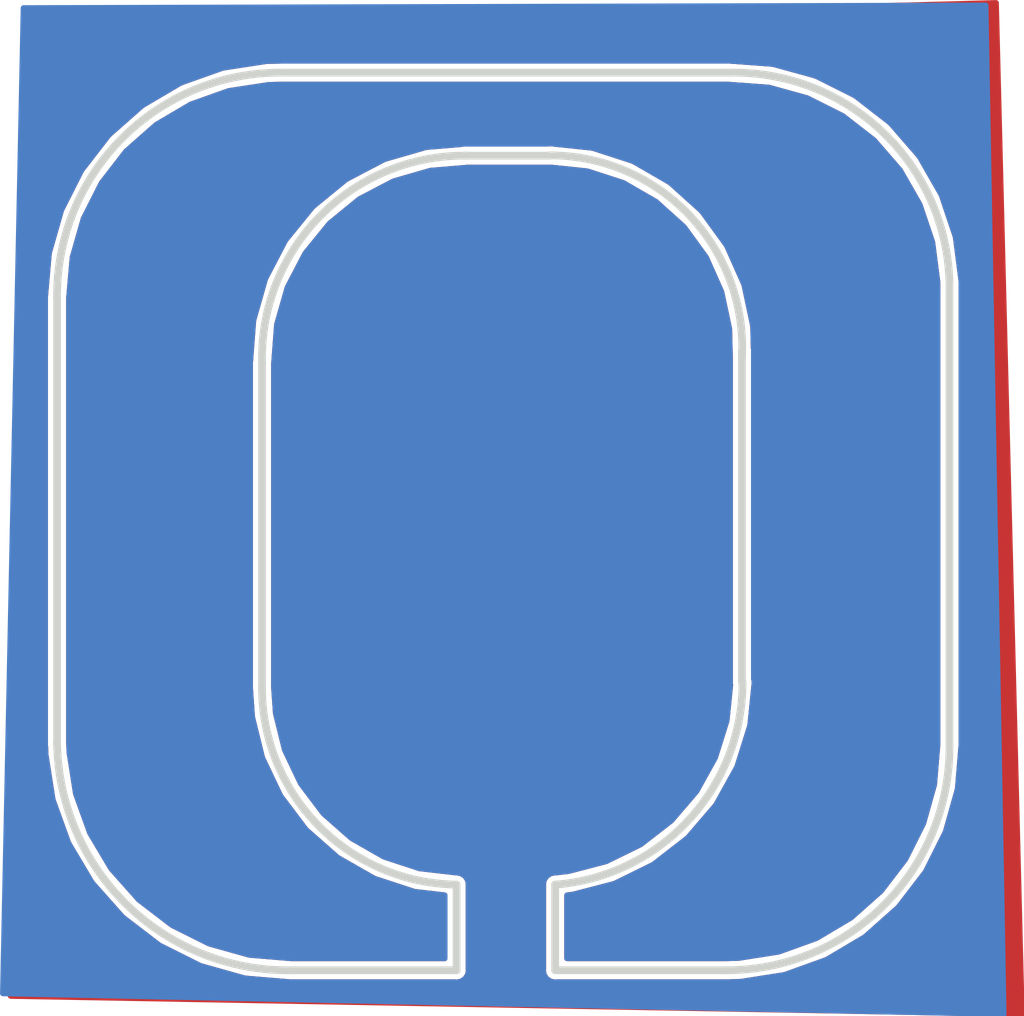
<source format=kicad_pcb>
(kicad_pcb (version 20171130) (host pcbnew "(5.0.0)")

  (general
    (thickness 1.6)
    (drawings 20)
    (tracks 0)
    (zones 0)
    (modules 0)
    (nets 1)
  )

  (page A4)
  (layers
    (0 F.Cu signal)
    (31 B.Cu signal)
    (32 B.Adhes user)
    (33 F.Adhes user)
    (34 B.Paste user)
    (35 F.Paste user)
    (36 B.SilkS user)
    (37 F.SilkS user)
    (38 B.Mask user)
    (39 F.Mask user)
    (40 Dwgs.User user)
    (41 Cmts.User user)
    (42 Eco1.User user)
    (43 Eco2.User user)
    (44 Edge.Cuts user)
    (45 Margin user)
    (46 B.CrtYd user)
    (47 F.CrtYd user)
    (48 B.Fab user)
    (49 F.Fab user)
  )

  (setup
    (last_trace_width 0.25)
    (trace_clearance 0.2)
    (zone_clearance 0.508)
    (zone_45_only no)
    (trace_min 0.2)
    (segment_width 0.2)
    (edge_width 0.15)
    (via_size 0.8)
    (via_drill 0.4)
    (via_min_size 0.4)
    (via_min_drill 0.3)
    (uvia_size 0.3)
    (uvia_drill 0.1)
    (uvias_allowed no)
    (uvia_min_size 0.2)
    (uvia_min_drill 0.1)
    (pcb_text_width 0.3)
    (pcb_text_size 1.5 1.5)
    (mod_edge_width 0.15)
    (mod_text_size 1 1)
    (mod_text_width 0.15)
    (pad_size 16.8 16.8)
    (pad_drill 9)
    (pad_to_mask_clearance 0.2)
    (aux_axis_origin 0 0)
    (visible_elements 7FFFFFFF)
    (pcbplotparams
      (layerselection 0x010fc_ffffffff)
      (usegerberextensions false)
      (usegerberattributes false)
      (usegerberadvancedattributes false)
      (creategerberjobfile false)
      (excludeedgelayer true)
      (linewidth 0.100000)
      (plotframeref false)
      (viasonmask false)
      (mode 1)
      (useauxorigin false)
      (hpglpennumber 1)
      (hpglpenspeed 20)
      (hpglpendiameter 15.000000)
      (psnegative false)
      (psa4output false)
      (plotreference true)
      (plotvalue true)
      (plotinvisibletext false)
      (padsonsilk false)
      (subtractmaskfromsilk false)
      (outputformat 1)
      (mirror false)
      (drillshape 1)
      (scaleselection 1)
      (outputdirectory ""))
  )

  (net 0 "")

  (net_class Default "This is the default net class."
    (clearance 0.2)
    (trace_width 0.25)
    (via_dia 0.8)
    (via_drill 0.4)
    (uvia_dia 0.3)
    (uvia_drill 0.1)
  )

  (gr_poly (pts (xy 77.75 69.7) (xy 77.45 51.25) (xy 59 51.45) (xy 59 69.75)) (layer B.Mask) (width 0.15))
  (gr_poly (pts (xy 59.05 69.55) (xy 78.1 69.7) (xy 77.7 50.95) (xy 59.2 51.1)) (layer F.Mask) (width 0.15))
  (gr_line (start 69.3 53.6) (end 67.65 53.6) (layer Edge.Cuts) (width 0.15))
  (gr_line (start 73 63.75) (end 73 57.35) (layer Edge.Cuts) (width 0.15))
  (gr_line (start 63.75 63.85) (end 63.75 57.6) (layer Edge.Cuts) (width 0.15))
  (gr_arc (start 67.55 63.85) (end 63.75 63.85) (angle -89.24616178) (layer Edge.Cuts) (width 0.15))
  (gr_arc (start 67.65 57.5) (end 67.7 53.6) (angle -92.20333116) (layer Edge.Cuts) (width 0.15))
  (gr_arc (start 69.3 57.3) (end 73 57.5) (angle -93.09405806) (layer Edge.Cuts) (width 0.15))
  (gr_arc (start 69.1 63.75) (end 69.399999 67.649999) (angle -85.60130813) (layer Edge.Cuts) (width 0.15))
  (gr_line (start 69.4 69.3) (end 72.75 69.3) (layer Edge.Cuts) (width 0.15))
  (gr_line (start 69.4 67.65) (end 69.4 69.3) (layer Edge.Cuts) (width 0.15))
  (gr_line (start 67.5 69.3) (end 67.5 67.65) (layer Edge.Cuts) (width 0.15))
  (gr_line (start 64.3 69.3) (end 67.5 69.3) (layer Edge.Cuts) (width 0.15))
  (gr_line (start 59.8 56.35) (end 59.8 64.95) (layer Edge.Cuts) (width 0.15))
  (gr_line (start 72.75 52) (end 64.15 52) (layer Edge.Cuts) (width 0.15))
  (gr_line (start 77 64.95) (end 77 56.25) (layer Edge.Cuts) (width 0.15))
  (gr_arc (start 72.7 65) (end 72.7 69.3) (angle -90.66619176) (layer Edge.Cuts) (width 0.15))
  (gr_arc (start 64.25 64.85) (end 59.800001 64.899999) (angle -90.03029118) (layer Edge.Cuts) (width 0.15))
  (gr_arc (start 64.1 56.3) (end 64.15 52) (angle -91.10692569) (layer Edge.Cuts) (width 0.15))
  (gr_arc (start 72.85 56.15) (end 77 56.2) (angle -92.07062828) (layer Edge.Cuts) (width 0.15))

  (zone (net 0) (net_name "") (layer F.Cu) (tstamp 0) (hatch edge 0.508)
    (connect_pads (clearance 0.1))
    (min_thickness 0.1)
    (fill yes (arc_segments 16) (thermal_gap 0.508) (thermal_bridge_width 0.508))
    (polygon
      (pts
        (xy 59.4 51.1) (xy 77.95 50.6) (xy 78.45 70.2) (xy 58.85 69.85)
      )
    )
    (filled_polygon
      (pts
        (xy 78.398684 70.149076) (xy 58.901462 69.800911) (xy 59.296671 56.327841) (xy 59.575 56.327841) (xy 59.575001 64.97216)
        (xy 59.57799 64.987185) (xy 59.583043 65.127753) (xy 59.583369 65.130229) (xy 59.583277 65.132716) (xy 59.585622 65.154573)
        (xy 59.716757 65.989689) (xy 59.719342 65.999778) (xy 59.720931 66.010072) (xy 59.727362 66.031076) (xy 59.727366 66.03109)
        (xy 59.727369 66.031096) (xy 60.014052 66.826342) (xy 60.018498 66.835759) (xy 60.022005 66.845568) (xy 60.032299 66.864991)
        (xy 60.464191 67.591685) (xy 60.470343 67.600098) (xy 60.475637 67.60906) (xy 60.489418 67.626186) (xy 61.050932 68.258101)
        (xy 61.058559 68.265195) (xy 61.065456 68.272998) (xy 61.082227 68.287209) (xy 61.753103 68.801544) (xy 61.761937 68.80707)
        (xy 61.770183 68.813426) (xy 61.789329 68.824203) (xy 61.789338 68.824209) (xy 61.789342 68.824211) (xy 62.545371 69.202405)
        (xy 62.555088 69.20616) (xy 62.564389 69.210843) (xy 62.585231 69.217807) (xy 62.58524 69.21781) (xy 63.399144 69.446219)
        (xy 63.409399 69.448069) (xy 63.419414 69.450908) (xy 63.441204 69.453807) (xy 64.266643 69.522773) (xy 64.27784 69.525)
        (xy 67.47784 69.525) (xy 67.5 69.529408) (xy 67.52216 69.525) (xy 67.587791 69.511945) (xy 67.662216 69.462216)
        (xy 67.711945 69.387791) (xy 67.729408 69.3) (xy 67.725 69.27784) (xy 67.725 67.62784) (xy 67.711945 67.562209)
        (xy 67.662216 67.487784) (xy 67.632235 67.467751) (xy 67.631473 67.467076) (xy 67.629664 67.466033) (xy 67.587791 67.438055)
        (xy 67.550942 67.430725) (xy 67.54891 67.430051) (xy 67.540075 67.428564) (xy 67.5 67.420592) (xy 67.491721 67.422239)
        (xy 66.785379 67.341089) (xy 66.099019 67.116038) (xy 65.471927 66.75757) (xy 64.929722 66.280327) (xy 64.494557 65.70381)
        (xy 64.184202 65.051562) (xy 64.010499 64.346818) (xy 63.975 63.842091) (xy 63.975 57.61944) (xy 63.975318 57.616968)
        (xy 64.033126 56.853706) (xy 64.236956 56.139633) (xy 64.580207 55.481128) (xy 65.048855 54.905098) (xy 65.623762 54.435064)
        (xy 66.281441 54.090232) (xy 66.995585 53.884526) (xy 67.70937 53.825) (xy 69.32216 53.825) (xy 69.328189 53.823801)
        (xy 70.023355 53.896866) (xy 70.715102 54.121628) (xy 71.345001 54.4853) (xy 71.88552 54.971986) (xy 72.313042 55.560419)
        (xy 72.60888 56.224882) (xy 72.760701 56.939143) (xy 72.775001 57.502906) (xy 72.775 63.772159) (xy 72.78037 63.799153)
        (xy 72.71009 64.491045) (xy 72.487347 65.201817) (xy 72.126231 65.853289) (xy 71.641499 66.418835) (xy 71.052944 66.875365)
        (xy 70.384617 67.204222) (xy 69.656914 67.393775) (xy 69.409237 67.422429) (xy 69.4 67.420592) (xy 69.312209 67.438055)
        (xy 69.237784 67.487784) (xy 69.188055 67.56221) (xy 69.175 67.627841) (xy 69.175001 69.277835) (xy 69.170592 69.3)
        (xy 69.188055 69.387791) (xy 69.237784 69.462216) (xy 69.312209 69.511945) (xy 69.37784 69.525) (xy 69.4 69.529408)
        (xy 69.42216 69.525) (xy 72.77216 69.525) (xy 72.784497 69.522546) (xy 72.966781 69.51703) (xy 72.969876 69.51664)
        (xy 72.972991 69.516756) (xy 72.994848 69.514414) (xy 73.801781 69.387819) (xy 73.811874 69.385234) (xy 73.822165 69.383647)
        (xy 73.843185 69.377215) (xy 74.61162 69.100315) (xy 74.621044 69.095867) (xy 74.630846 69.092364) (xy 74.650262 69.082077)
        (xy 74.65027 69.082073) (xy 74.650273 69.082071) (xy 75.352483 68.664861) (xy 75.360896 68.658711) (xy 75.369859 68.653418)
        (xy 75.386973 68.63965) (xy 75.386987 68.63964) (xy 75.386992 68.639634) (xy 75.997637 68.097171) (xy 76.004736 68.08954)
        (xy 76.012536 68.082648) (xy 76.026739 68.06589) (xy 76.026749 68.06588) (xy 76.026752 68.065875) (xy 76.523804 67.417725)
        (xy 76.529331 67.408892) (xy 76.535688 67.400647) (xy 76.546468 67.381503) (xy 76.546474 67.381494) (xy 76.546476 67.38149)
        (xy 76.911999 66.651042) (xy 76.915754 66.641327) (xy 76.92044 66.632025) (xy 76.927409 66.611177) (xy 77.148214 65.824785)
        (xy 77.150065 65.814532) (xy 77.152906 65.804515) (xy 77.155807 65.782725) (xy 77.222654 64.983953) (xy 77.225 64.97216)
        (xy 77.225 56.22784) (xy 77.223183 56.218703) (xy 77.224998 56.201001) (xy 77.22499 56.19786) (xy 77.223288 56.018919)
        (xy 77.222019 56.007131) (xy 77.221816 55.995275) (xy 77.221434 55.992157) (xy 77.117385 55.188869) (xy 77.112803 55.168992)
        (xy 77.108502 55.149064) (xy 77.107522 55.14608) (xy 76.84943 54.378301) (xy 76.841045 54.359626) (xy 76.832983 54.340979)
        (xy 76.831447 54.338251) (xy 76.831443 54.338242) (xy 76.831438 54.338235) (xy 76.429135 53.635217) (xy 76.417353 53.618625)
        (xy 76.405754 53.6018) (xy 76.40371 53.599414) (xy 75.872514 52.987919) (xy 75.857699 52.9739) (xy 75.843087 52.95968)
        (xy 75.840619 52.957736) (xy 75.200766 52.461064) (xy 75.183494 52.450179) (xy 75.166414 52.439079) (xy 75.163616 52.437652)
        (xy 74.439479 52.07472) (xy 74.420447 52.067407) (xy 74.40151 52.059825) (xy 74.398488 52.058969) (xy 73.617647 51.843602)
        (xy 73.597542 51.840122) (xy 73.57751 51.836366) (xy 73.574379 51.836113) (xy 72.787542 51.77806) (xy 72.77216 51.775)
        (xy 64.12784 51.775) (xy 64.125338 51.775498) (xy 63.851845 51.781644) (xy 63.84832 51.78206) (xy 63.844769 51.781914)
        (xy 63.822902 51.78417) (xy 63.015422 51.907598) (xy 63.005313 51.910145) (xy 62.995023 51.91169) (xy 62.973998 51.918034)
        (xy 62.973978 51.918039) (xy 62.973969 51.918043) (xy 62.204407 52.191931) (xy 62.194969 52.19634) (xy 62.185149 52.199806)
        (xy 62.165693 52.210016) (xy 62.165685 52.21002) (xy 62.165684 52.210021) (xy 61.461788 52.624494) (xy 61.453355 52.630607)
        (xy 61.444367 52.635868) (xy 61.427199 52.649569) (xy 61.427185 52.649579) (xy 61.42718 52.649585) (xy 60.814364 53.189679)
        (xy 60.80724 53.197276) (xy 60.799408 53.204142) (xy 60.785129 53.220855) (xy 60.285493 53.867091) (xy 60.279931 53.875903)
        (xy 60.273542 53.884122) (xy 60.262687 53.903224) (xy 60.262681 53.903233) (xy 60.262681 53.903234) (xy 59.89426 54.63229)
        (xy 59.890467 54.641989) (xy 59.885744 54.651274) (xy 59.878693 54.672094) (xy 59.654781 55.457664) (xy 59.65289 55.467909)
        (xy 59.650009 55.477915) (xy 59.647022 55.499694) (xy 59.575696 56.313432) (xy 59.575777 56.323936) (xy 59.575 56.327841)
        (xy 59.296671 56.327841) (xy 59.448593 51.148709) (xy 77.901293 50.651331)
      )
    )
    (filled_polygon
      (pts
        (xy 72.730336 52.22504) (xy 72.733466 52.225293) (xy 73.519266 52.28327) (xy 74.257573 52.486906) (xy 74.942262 52.830066)
        (xy 75.547264 53.299686) (xy 76.049523 53.87787) (xy 76.429912 54.542593) (xy 76.673947 55.268551) (xy 76.773436 56.036635)
        (xy 76.77501 56.20214) (xy 76.776802 56.218785) (xy 76.775001 56.22784) (xy 76.775 64.937131) (xy 76.709165 65.723803)
        (xy 76.499966 66.468863) (xy 76.153655 67.160917) (xy 75.682726 67.775003) (xy 75.104174 68.288958) (xy 74.438871 68.68424)
        (xy 73.710826 68.946585) (xy 72.939056 69.067663) (xy 72.696599 69.075) (xy 69.625 69.075) (xy 69.625 67.850468)
        (xy 69.724265 67.838984) (xy 69.728115 67.838138) (xy 69.732052 67.837945) (xy 69.755123 67.83321) (xy 70.520163 67.633932)
        (xy 70.530482 67.630094) (xy 70.541139 67.627358) (xy 70.562786 67.61808) (xy 71.272129 67.26904) (xy 71.28146 67.263209)
        (xy 71.291355 67.258383) (xy 71.310694 67.244942) (xy 71.935365 66.760398) (xy 71.943339 66.752805) (xy 71.952055 66.746092)
        (xy 71.968297 66.729037) (xy 72.482778 66.128783) (xy 72.489063 66.119739) (xy 72.496251 66.111412) (xy 72.508732 66.09144)
        (xy 72.892005 65.399994) (xy 72.896342 65.389875) (xy 72.90171 65.38027) (xy 72.90992 65.358196) (xy 73.146332 64.603804)
        (xy 73.148545 64.593024) (xy 73.151873 64.582532) (xy 73.155476 64.559258) (xy 73.235368 63.772738) (xy 73.235368 63.727262)
        (xy 73.226224 63.682716) (xy 73.225 63.67986) (xy 73.225 57.32784) (xy 73.220078 57.303096) (xy 73.21003 56.906974)
        (xy 73.207346 56.886457) (xy 73.205185 56.8659) (xy 73.044129 56.108188) (xy 73.039114 56.092752) (xy 73.029594 56.063452)
        (xy 72.714519 55.355783) (xy 72.691 55.315047) (xy 72.690996 55.315043) (xy 72.235679 54.688351) (xy 72.221501 54.672605)
        (xy 72.204204 54.653395) (xy 71.628534 54.13506) (xy 71.59048 54.107412) (xy 70.919622 53.720092) (xy 70.898136 53.710526)
        (xy 70.876651 53.70096) (xy 70.139925 53.461583) (xy 70.093915 53.451804) (xy 69.323519 53.370832) (xy 69.276481 53.370832)
        (xy 69.256871 53.375) (xy 67.62784 53.375) (xy 67.582511 53.384017) (xy 66.936004 53.437932) (xy 66.925753 53.439844)
        (xy 66.915366 53.44062) (xy 66.892425 53.445945) (xy 66.13492 53.664141) (xy 66.1247 53.668243) (xy 66.114119 53.671251)
        (xy 66.092716 53.68108) (xy 65.394559 54.047137) (xy 65.385379 54.053206) (xy 65.375613 54.058283) (xy 65.356624 54.072215)
        (xy 64.746331 54.571179) (xy 64.738556 54.578973) (xy 64.730013 54.585908) (xy 64.714214 54.603374) (xy 64.216717 55.214864)
        (xy 64.210669 55.22406) (xy 64.203694 55.232573) (xy 64.191729 55.252859) (xy 63.82735 55.951895) (xy 63.823274 55.96212)
        (xy 63.818154 55.971861) (xy 63.810513 55.994139) (xy 63.594137 56.752164) (xy 63.592201 56.762998) (xy 63.589143 56.773572)
        (xy 63.586138 56.796931) (xy 63.528219 57.561663) (xy 63.525001 57.57784) (xy 63.525 63.872159) (xy 63.52655 63.879953)
        (xy 63.562963 64.397675) (xy 63.564248 64.405094) (xy 63.564516 64.412604) (xy 63.568947 64.435735) (xy 63.752748 65.181446)
        (xy 63.75645 65.191815) (xy 63.759046 65.202507) (xy 63.768037 65.224274) (xy 64.09803 65.917795) (xy 64.10374 65.927205)
        (xy 64.108434 65.93716) (xy 64.121619 65.956674) (xy 64.584324 66.569675) (xy 64.591811 66.577747) (xy 64.598409 66.586552)
        (xy 64.615249 66.603017) (xy 65.191764 67.110459) (xy 65.20072 67.11686) (xy 65.208955 67.124159) (xy 65.228761 67.136901)
        (xy 65.895536 67.518054) (xy 65.905594 67.522522) (xy 65.915131 67.528018) (xy 65.937095 67.536517) (xy 66.666893 67.775811)
        (xy 66.677647 67.778166) (xy 66.688091 67.781631) (xy 66.711315 67.785541) (xy 67.275001 67.850301) (xy 67.275 69.075)
        (xy 64.312072 69.075) (xy 63.500063 69.007156) (xy 62.727495 68.790347) (xy 62.00986 68.431359) (xy 61.373056 67.943145)
        (xy 60.840062 67.343325) (xy 60.430103 66.653537) (xy 60.157979 65.898675) (xy 60.032268 65.098104) (xy 60.025 64.895922)
        (xy 60.025 56.341064) (xy 60.09343 55.560371) (xy 60.305573 54.816089) (xy 60.654627 54.125357) (xy 61.128006 53.513082)
        (xy 61.708616 53.001372) (xy 62.375517 52.608683) (xy 63.104635 52.349189) (xy 63.876513 52.231203) (xy 64.152519 52.225)
        (xy 72.730123 52.225)
      )
    )
  )
  (zone (net 0) (net_name "") (layer B.Cu) (tstamp 0) (hatch edge 0.508)
    (connect_pads (clearance 0.1))
    (min_thickness 0.1)
    (fill yes (arc_segments 16) (thermal_gap 0.508) (thermal_bridge_width 0.508))
    (polygon
      (pts
        (xy 59.1 50.7) (xy 77.75 50.65) (xy 78.1 70.2) (xy 58.7 69.8)
      )
    )
    (filled_polygon
      (pts
        (xy 78.049078 70.14894) (xy 58.751036 69.751042) (xy 59.03215 56.327841) (xy 59.575 56.327841) (xy 59.575001 64.97216)
        (xy 59.57799 64.987185) (xy 59.583043 65.127753) (xy 59.583369 65.130229) (xy 59.583277 65.132716) (xy 59.585622 65.154573)
        (xy 59.716757 65.989689) (xy 59.719342 65.999778) (xy 59.720931 66.010072) (xy 59.727362 66.031076) (xy 59.727366 66.03109)
        (xy 59.727369 66.031096) (xy 60.014052 66.826342) (xy 60.018498 66.835759) (xy 60.022005 66.845568) (xy 60.032299 66.864991)
        (xy 60.464191 67.591685) (xy 60.470343 67.600098) (xy 60.475637 67.60906) (xy 60.489418 67.626186) (xy 61.050932 68.258101)
        (xy 61.058559 68.265195) (xy 61.065456 68.272998) (xy 61.082227 68.287209) (xy 61.753103 68.801544) (xy 61.761937 68.80707)
        (xy 61.770183 68.813426) (xy 61.789329 68.824203) (xy 61.789338 68.824209) (xy 61.789342 68.824211) (xy 62.545371 69.202405)
        (xy 62.555088 69.20616) (xy 62.564389 69.210843) (xy 62.585231 69.217807) (xy 62.58524 69.21781) (xy 63.399144 69.446219)
        (xy 63.409399 69.448069) (xy 63.419414 69.450908) (xy 63.441204 69.453807) (xy 64.266643 69.522773) (xy 64.27784 69.525)
        (xy 67.47784 69.525) (xy 67.5 69.529408) (xy 67.52216 69.525) (xy 67.587791 69.511945) (xy 67.662216 69.462216)
        (xy 67.711945 69.387791) (xy 67.729408 69.3) (xy 67.725 69.27784) (xy 67.725 67.62784) (xy 67.711945 67.562209)
        (xy 67.662216 67.487784) (xy 67.632235 67.467751) (xy 67.631473 67.467076) (xy 67.629664 67.466033) (xy 67.587791 67.438055)
        (xy 67.550942 67.430725) (xy 67.54891 67.430051) (xy 67.540075 67.428564) (xy 67.5 67.420592) (xy 67.491721 67.422239)
        (xy 66.785379 67.341089) (xy 66.099019 67.116038) (xy 65.471927 66.75757) (xy 64.929722 66.280327) (xy 64.494557 65.70381)
        (xy 64.184202 65.051562) (xy 64.010499 64.346818) (xy 63.975 63.842091) (xy 63.975 57.61944) (xy 63.975318 57.616968)
        (xy 64.033126 56.853706) (xy 64.236956 56.139633) (xy 64.580207 55.481128) (xy 65.048855 54.905098) (xy 65.623762 54.435064)
        (xy 66.281441 54.090232) (xy 66.995585 53.884526) (xy 67.70937 53.825) (xy 69.32216 53.825) (xy 69.328189 53.823801)
        (xy 70.023355 53.896866) (xy 70.715102 54.121628) (xy 71.345001 54.4853) (xy 71.88552 54.971986) (xy 72.313042 55.560419)
        (xy 72.60888 56.224882) (xy 72.760701 56.939143) (xy 72.775001 57.502906) (xy 72.775 63.772159) (xy 72.78037 63.799153)
        (xy 72.71009 64.491045) (xy 72.487347 65.201817) (xy 72.126231 65.853289) (xy 71.641499 66.418835) (xy 71.052944 66.875365)
        (xy 70.384617 67.204222) (xy 69.656914 67.393775) (xy 69.409237 67.422429) (xy 69.4 67.420592) (xy 69.312209 67.438055)
        (xy 69.237784 67.487784) (xy 69.188055 67.56221) (xy 69.175 67.627841) (xy 69.175001 69.277835) (xy 69.170592 69.3)
        (xy 69.188055 69.387791) (xy 69.237784 69.462216) (xy 69.312209 69.511945) (xy 69.37784 69.525) (xy 69.4 69.529408)
        (xy 69.42216 69.525) (xy 72.77216 69.525) (xy 72.784497 69.522546) (xy 72.966781 69.51703) (xy 72.969876 69.51664)
        (xy 72.972991 69.516756) (xy 72.994848 69.514414) (xy 73.801781 69.387819) (xy 73.811874 69.385234) (xy 73.822165 69.383647)
        (xy 73.843185 69.377215) (xy 74.61162 69.100315) (xy 74.621044 69.095867) (xy 74.630846 69.092364) (xy 74.650262 69.082077)
        (xy 74.65027 69.082073) (xy 74.650273 69.082071) (xy 75.352483 68.664861) (xy 75.360896 68.658711) (xy 75.369859 68.653418)
        (xy 75.386973 68.63965) (xy 75.386987 68.63964) (xy 75.386992 68.639634) (xy 75.997637 68.097171) (xy 76.004736 68.08954)
        (xy 76.012536 68.082648) (xy 76.026739 68.06589) (xy 76.026749 68.06588) (xy 76.026752 68.065875) (xy 76.523804 67.417725)
        (xy 76.529331 67.408892) (xy 76.535688 67.400647) (xy 76.546468 67.381503) (xy 76.546474 67.381494) (xy 76.546476 67.38149)
        (xy 76.911999 66.651042) (xy 76.915754 66.641327) (xy 76.92044 66.632025) (xy 76.927409 66.611177) (xy 77.148214 65.824785)
        (xy 77.150065 65.814532) (xy 77.152906 65.804515) (xy 77.155807 65.782725) (xy 77.222654 64.983953) (xy 77.225 64.97216)
        (xy 77.225 56.22784) (xy 77.223183 56.218703) (xy 77.224998 56.201001) (xy 77.22499 56.19786) (xy 77.223288 56.018919)
        (xy 77.222019 56.007131) (xy 77.221816 55.995275) (xy 77.221434 55.992157) (xy 77.117385 55.188869) (xy 77.112803 55.168992)
        (xy 77.108502 55.149064) (xy 77.107522 55.14608) (xy 76.84943 54.378301) (xy 76.841045 54.359626) (xy 76.832983 54.340979)
        (xy 76.831447 54.338251) (xy 76.831443 54.338242) (xy 76.831438 54.338235) (xy 76.429135 53.635217) (xy 76.417353 53.618625)
        (xy 76.405754 53.6018) (xy 76.40371 53.599414) (xy 75.872514 52.987919) (xy 75.857699 52.9739) (xy 75.843087 52.95968)
        (xy 75.840619 52.957736) (xy 75.200766 52.461064) (xy 75.183494 52.450179) (xy 75.166414 52.439079) (xy 75.163616 52.437652)
        (xy 74.439479 52.07472) (xy 74.420447 52.067407) (xy 74.40151 52.059825) (xy 74.398488 52.058969) (xy 73.617647 51.843602)
        (xy 73.597542 51.840122) (xy 73.57751 51.836366) (xy 73.574379 51.836113) (xy 72.787542 51.77806) (xy 72.77216 51.775)
        (xy 64.12784 51.775) (xy 64.125338 51.775498) (xy 63.851845 51.781644) (xy 63.84832 51.78206) (xy 63.844769 51.781914)
        (xy 63.822902 51.78417) (xy 63.015422 51.907598) (xy 63.005313 51.910145) (xy 62.995023 51.91169) (xy 62.973998 51.918034)
        (xy 62.973978 51.918039) (xy 62.973969 51.918043) (xy 62.204407 52.191931) (xy 62.194969 52.19634) (xy 62.185149 52.199806)
        (xy 62.165693 52.210016) (xy 62.165685 52.21002) (xy 62.165684 52.210021) (xy 61.461788 52.624494) (xy 61.453355 52.630607)
        (xy 61.444367 52.635868) (xy 61.427199 52.649569) (xy 61.427185 52.649579) (xy 61.42718 52.649585) (xy 60.814364 53.189679)
        (xy 60.80724 53.197276) (xy 60.799408 53.204142) (xy 60.785129 53.220855) (xy 60.285493 53.867091) (xy 60.279931 53.875903)
        (xy 60.273542 53.884122) (xy 60.262687 53.903224) (xy 60.262681 53.903233) (xy 60.262681 53.903234) (xy 59.89426 54.63229)
        (xy 59.890467 54.641989) (xy 59.885744 54.651274) (xy 59.878693 54.672094) (xy 59.654781 55.457664) (xy 59.65289 55.467909)
        (xy 59.650009 55.477915) (xy 59.647022 55.499694) (xy 59.575696 56.313432) (xy 59.575777 56.323936) (xy 59.575 56.327841)
        (xy 59.03215 56.327841) (xy 59.148967 50.749869) (xy 77.700889 50.700132)
      )
    )
    (filled_polygon
      (pts
        (xy 72.730336 52.22504) (xy 72.733466 52.225293) (xy 73.519266 52.28327) (xy 74.257573 52.486906) (xy 74.942262 52.830066)
        (xy 75.547264 53.299686) (xy 76.049523 53.87787) (xy 76.429912 54.542593) (xy 76.673947 55.268551) (xy 76.773436 56.036635)
        (xy 76.77501 56.20214) (xy 76.776802 56.218785) (xy 76.775001 56.22784) (xy 76.775 64.937131) (xy 76.709165 65.723803)
        (xy 76.499966 66.468863) (xy 76.153655 67.160917) (xy 75.682726 67.775003) (xy 75.104174 68.288958) (xy 74.438871 68.68424)
        (xy 73.710826 68.946585) (xy 72.939056 69.067663) (xy 72.696599 69.075) (xy 69.625 69.075) (xy 69.625 67.850468)
        (xy 69.724265 67.838984) (xy 69.728115 67.838138) (xy 69.732052 67.837945) (xy 69.755123 67.83321) (xy 70.520163 67.633932)
        (xy 70.530482 67.630094) (xy 70.541139 67.627358) (xy 70.562786 67.61808) (xy 71.272129 67.26904) (xy 71.28146 67.263209)
        (xy 71.291355 67.258383) (xy 71.310694 67.244942) (xy 71.935365 66.760398) (xy 71.943339 66.752805) (xy 71.952055 66.746092)
        (xy 71.968297 66.729037) (xy 72.482778 66.128783) (xy 72.489063 66.119739) (xy 72.496251 66.111412) (xy 72.508732 66.09144)
        (xy 72.892005 65.399994) (xy 72.896342 65.389875) (xy 72.90171 65.38027) (xy 72.90992 65.358196) (xy 73.146332 64.603804)
        (xy 73.148545 64.593024) (xy 73.151873 64.582532) (xy 73.155476 64.559258) (xy 73.235368 63.772738) (xy 73.235368 63.727262)
        (xy 73.226224 63.682716) (xy 73.225 63.67986) (xy 73.225 57.32784) (xy 73.220078 57.303096) (xy 73.21003 56.906974)
        (xy 73.207346 56.886457) (xy 73.205185 56.8659) (xy 73.044129 56.108188) (xy 73.039114 56.092752) (xy 73.029594 56.063452)
        (xy 72.714519 55.355783) (xy 72.691 55.315047) (xy 72.690996 55.315043) (xy 72.235679 54.688351) (xy 72.221501 54.672605)
        (xy 72.204204 54.653395) (xy 71.628534 54.13506) (xy 71.59048 54.107412) (xy 70.919622 53.720092) (xy 70.898136 53.710526)
        (xy 70.876651 53.70096) (xy 70.139925 53.461583) (xy 70.093915 53.451804) (xy 69.323519 53.370832) (xy 69.276481 53.370832)
        (xy 69.256871 53.375) (xy 67.62784 53.375) (xy 67.582511 53.384017) (xy 66.936004 53.437932) (xy 66.925753 53.439844)
        (xy 66.915366 53.44062) (xy 66.892425 53.445945) (xy 66.13492 53.664141) (xy 66.1247 53.668243) (xy 66.114119 53.671251)
        (xy 66.092716 53.68108) (xy 65.394559 54.047137) (xy 65.385379 54.053206) (xy 65.375613 54.058283) (xy 65.356624 54.072215)
        (xy 64.746331 54.571179) (xy 64.738556 54.578973) (xy 64.730013 54.585908) (xy 64.714214 54.603374) (xy 64.216717 55.214864)
        (xy 64.210669 55.22406) (xy 64.203694 55.232573) (xy 64.191729 55.252859) (xy 63.82735 55.951895) (xy 63.823274 55.96212)
        (xy 63.818154 55.971861) (xy 63.810513 55.994139) (xy 63.594137 56.752164) (xy 63.592201 56.762998) (xy 63.589143 56.773572)
        (xy 63.586138 56.796931) (xy 63.528219 57.561663) (xy 63.525001 57.57784) (xy 63.525 63.872159) (xy 63.52655 63.879953)
        (xy 63.562963 64.397675) (xy 63.564248 64.405094) (xy 63.564516 64.412604) (xy 63.568947 64.435735) (xy 63.752748 65.181446)
        (xy 63.75645 65.191815) (xy 63.759046 65.202507) (xy 63.768037 65.224274) (xy 64.09803 65.917795) (xy 64.10374 65.927205)
        (xy 64.108434 65.93716) (xy 64.121619 65.956674) (xy 64.584324 66.569675) (xy 64.591811 66.577747) (xy 64.598409 66.586552)
        (xy 64.615249 66.603017) (xy 65.191764 67.110459) (xy 65.20072 67.11686) (xy 65.208955 67.124159) (xy 65.228761 67.136901)
        (xy 65.895536 67.518054) (xy 65.905594 67.522522) (xy 65.915131 67.528018) (xy 65.937095 67.536517) (xy 66.666893 67.775811)
        (xy 66.677647 67.778166) (xy 66.688091 67.781631) (xy 66.711315 67.785541) (xy 67.275001 67.850301) (xy 67.275 69.075)
        (xy 64.312072 69.075) (xy 63.500063 69.007156) (xy 62.727495 68.790347) (xy 62.00986 68.431359) (xy 61.373056 67.943145)
        (xy 60.840062 67.343325) (xy 60.430103 66.653537) (xy 60.157979 65.898675) (xy 60.032268 65.098104) (xy 60.025 64.895922)
        (xy 60.025 56.341064) (xy 60.09343 55.560371) (xy 60.305573 54.816089) (xy 60.654627 54.125357) (xy 61.128006 53.513082)
        (xy 61.708616 53.001372) (xy 62.375517 52.608683) (xy 63.104635 52.349189) (xy 63.876513 52.231203) (xy 64.152519 52.225)
        (xy 72.730123 52.225)
      )
    )
  )
)

</source>
